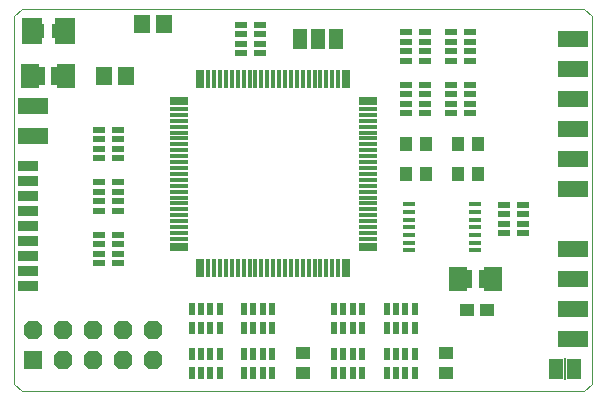
<source format=gts>
G75*
%MOIN*%
%OFA0B0*%
%FSLAX25Y25*%
%IPPOS*%
%LPD*%
%AMOC8*
5,1,8,0,0,1.08239X$1,22.5*
%
%ADD10C,0.00000*%
%ADD11R,0.10400X0.05400*%
%ADD12R,0.06306X0.08274*%
%ADD13R,0.04731X0.04337*%
%ADD14R,0.05518X0.06306*%
%ADD15R,0.06699X0.03550*%
%ADD16R,0.04337X0.04731*%
%ADD17R,0.06699X0.09061*%
%ADD18R,0.03937X0.02362*%
%ADD19R,0.06306X0.02920*%
%ADD20R,0.06306X0.01660*%
%ADD21R,0.02920X0.06306*%
%ADD22R,0.01660X0.06306*%
%ADD23R,0.04337X0.01778*%
%ADD24R,0.02362X0.03937*%
%ADD25R,0.05000X0.06700*%
%ADD26R,0.00600X0.07200*%
%ADD27OC8,0.06306*%
%ADD28R,0.06306X0.06306*%
D10*
X0007850Y0004100D02*
X0005350Y0006600D01*
X0005350Y0129100D01*
X0007850Y0131600D01*
X0195350Y0131600D01*
X0197850Y0129100D01*
X0197850Y0006600D01*
X0195350Y0004100D01*
X0007850Y0004100D01*
D11*
X0011600Y0089100D03*
X0011600Y0099100D03*
X0191600Y0101600D03*
X0191600Y0091600D03*
X0191600Y0081600D03*
X0191600Y0071600D03*
X0191600Y0051600D03*
X0191600Y0041600D03*
X0191600Y0031600D03*
X0191600Y0021600D03*
X0191600Y0111600D03*
X0191600Y0121600D03*
D12*
X0165006Y0041600D03*
X0153194Y0041600D03*
X0022506Y0109100D03*
X0010694Y0109100D03*
D13*
X0101600Y0016821D03*
X0101600Y0010129D03*
X0149100Y0010129D03*
X0149100Y0016821D03*
X0156066Y0031287D03*
X0162759Y0031287D03*
D14*
X0162840Y0041600D03*
X0155360Y0041600D03*
X0042528Y0109100D03*
X0035047Y0109100D03*
X0020340Y0109100D03*
X0012860Y0109100D03*
X0047860Y0126600D03*
X0055340Y0126600D03*
D15*
X0009725Y0079100D03*
X0009725Y0074100D03*
X0009725Y0069100D03*
X0009725Y0064100D03*
X0009725Y0059100D03*
X0009725Y0054100D03*
X0009725Y0049100D03*
X0009725Y0044100D03*
X0009725Y0039100D03*
D16*
X0013254Y0124100D03*
X0019946Y0124100D03*
X0135754Y0086600D03*
X0142446Y0086600D03*
X0153254Y0086600D03*
X0159946Y0086600D03*
X0159946Y0076600D03*
X0153254Y0076600D03*
X0142446Y0076600D03*
X0135754Y0076600D03*
D17*
X0022112Y0124100D03*
X0011088Y0124100D03*
D18*
X0033450Y0091324D03*
X0033450Y0088175D03*
X0033450Y0085025D03*
X0033450Y0081876D03*
X0039750Y0081876D03*
X0039750Y0085025D03*
X0039750Y0088175D03*
X0039750Y0091324D03*
X0039750Y0073824D03*
X0039750Y0070675D03*
X0039750Y0067525D03*
X0039750Y0064376D03*
X0033450Y0064376D03*
X0033450Y0067525D03*
X0033450Y0070675D03*
X0033450Y0073824D03*
X0033450Y0056324D03*
X0033450Y0053175D03*
X0033450Y0050025D03*
X0033450Y0046876D03*
X0039750Y0046876D03*
X0039750Y0050025D03*
X0039750Y0053175D03*
X0039750Y0056324D03*
X0080950Y0116876D03*
X0080950Y0120025D03*
X0080950Y0123175D03*
X0080950Y0126324D03*
X0087250Y0126324D03*
X0087250Y0123175D03*
X0087250Y0120025D03*
X0087250Y0116876D03*
X0135950Y0117525D03*
X0135950Y0120675D03*
X0135950Y0123824D03*
X0142250Y0123824D03*
X0142250Y0120675D03*
X0142250Y0117525D03*
X0142250Y0114376D03*
X0135950Y0114376D03*
X0135950Y0106324D03*
X0135950Y0103175D03*
X0135950Y0100025D03*
X0135950Y0096876D03*
X0142250Y0096876D03*
X0142250Y0100025D03*
X0142250Y0103175D03*
X0142250Y0106324D03*
X0150950Y0106324D03*
X0150950Y0103175D03*
X0150950Y0100025D03*
X0150950Y0096876D03*
X0157250Y0096876D03*
X0157250Y0100025D03*
X0157250Y0103175D03*
X0157250Y0106324D03*
X0157250Y0114376D03*
X0157250Y0117525D03*
X0157250Y0120675D03*
X0157250Y0123824D03*
X0150950Y0123824D03*
X0150950Y0120675D03*
X0150950Y0117525D03*
X0150950Y0114376D03*
X0168450Y0066324D03*
X0168450Y0063175D03*
X0168450Y0060025D03*
X0168450Y0056876D03*
X0174750Y0056876D03*
X0174750Y0060025D03*
X0174750Y0063175D03*
X0174750Y0066324D03*
D19*
X0123096Y0052348D03*
X0060104Y0052348D03*
X0060104Y0100852D03*
X0123096Y0100852D03*
D20*
X0123096Y0098254D03*
X0123096Y0096285D03*
X0123096Y0094317D03*
X0123096Y0092348D03*
X0123096Y0090380D03*
X0123096Y0088411D03*
X0123096Y0086443D03*
X0123096Y0084474D03*
X0123096Y0082506D03*
X0123096Y0080537D03*
X0123096Y0078569D03*
X0123096Y0076600D03*
X0123096Y0074631D03*
X0123096Y0072663D03*
X0123096Y0070694D03*
X0123096Y0068726D03*
X0123096Y0066757D03*
X0123096Y0064789D03*
X0123096Y0062820D03*
X0123096Y0060852D03*
X0123096Y0058883D03*
X0123096Y0056915D03*
X0123096Y0054946D03*
X0060104Y0054946D03*
X0060104Y0056915D03*
X0060104Y0058883D03*
X0060104Y0060852D03*
X0060104Y0062820D03*
X0060104Y0064789D03*
X0060104Y0066757D03*
X0060104Y0068726D03*
X0060104Y0070694D03*
X0060104Y0072663D03*
X0060104Y0074631D03*
X0060104Y0076600D03*
X0060104Y0078569D03*
X0060104Y0080537D03*
X0060104Y0082506D03*
X0060104Y0084474D03*
X0060104Y0086443D03*
X0060104Y0088411D03*
X0060104Y0090380D03*
X0060104Y0092348D03*
X0060104Y0094317D03*
X0060104Y0096285D03*
X0060104Y0098254D03*
D21*
X0067348Y0108096D03*
X0115852Y0108096D03*
X0115852Y0045104D03*
X0067348Y0045104D03*
D22*
X0069946Y0045104D03*
X0071915Y0045104D03*
X0073883Y0045104D03*
X0075852Y0045104D03*
X0077820Y0045104D03*
X0079789Y0045104D03*
X0081757Y0045104D03*
X0083726Y0045104D03*
X0085694Y0045104D03*
X0087663Y0045104D03*
X0089631Y0045104D03*
X0091600Y0045104D03*
X0093569Y0045104D03*
X0095537Y0045104D03*
X0097506Y0045104D03*
X0099474Y0045104D03*
X0101443Y0045104D03*
X0103411Y0045104D03*
X0105380Y0045104D03*
X0107348Y0045104D03*
X0109317Y0045104D03*
X0111285Y0045104D03*
X0113254Y0045104D03*
X0113254Y0108096D03*
X0111285Y0108096D03*
X0109317Y0108096D03*
X0107348Y0108096D03*
X0105380Y0108096D03*
X0103411Y0108096D03*
X0101443Y0108096D03*
X0099474Y0108096D03*
X0097506Y0108096D03*
X0095537Y0108096D03*
X0093569Y0108096D03*
X0091600Y0108096D03*
X0089631Y0108096D03*
X0087663Y0108096D03*
X0085694Y0108096D03*
X0083726Y0108096D03*
X0081757Y0108096D03*
X0079789Y0108096D03*
X0077820Y0108096D03*
X0075852Y0108096D03*
X0073883Y0108096D03*
X0071915Y0108096D03*
X0069946Y0108096D03*
D23*
X0136728Y0066465D03*
X0136728Y0063906D03*
X0136728Y0061347D03*
X0136728Y0058787D03*
X0136728Y0056228D03*
X0136728Y0053669D03*
X0136728Y0051110D03*
X0158972Y0051110D03*
X0158972Y0053669D03*
X0158972Y0056228D03*
X0158972Y0058787D03*
X0158972Y0061347D03*
X0158972Y0063906D03*
X0158972Y0066465D03*
D24*
X0138824Y0031625D03*
X0135675Y0031625D03*
X0132525Y0031625D03*
X0129376Y0031625D03*
X0129376Y0025325D03*
X0132525Y0025325D03*
X0135675Y0025325D03*
X0138824Y0025325D03*
X0138824Y0016625D03*
X0135675Y0016625D03*
X0132525Y0016625D03*
X0129376Y0016625D03*
X0121324Y0016625D03*
X0118175Y0016625D03*
X0115025Y0016625D03*
X0111876Y0016625D03*
X0111876Y0010325D03*
X0115025Y0010325D03*
X0118175Y0010325D03*
X0121324Y0010325D03*
X0129376Y0010325D03*
X0132525Y0010325D03*
X0135675Y0010325D03*
X0138824Y0010325D03*
X0121324Y0025325D03*
X0118175Y0025325D03*
X0115025Y0025325D03*
X0111876Y0025325D03*
X0111876Y0031625D03*
X0115025Y0031625D03*
X0118175Y0031625D03*
X0121324Y0031625D03*
X0091324Y0031625D03*
X0088175Y0031625D03*
X0085025Y0031625D03*
X0081876Y0031625D03*
X0081876Y0025325D03*
X0085025Y0025325D03*
X0088175Y0025325D03*
X0091324Y0025325D03*
X0091324Y0016625D03*
X0088175Y0016625D03*
X0085025Y0016625D03*
X0081876Y0016625D03*
X0073824Y0016625D03*
X0070675Y0016625D03*
X0067525Y0016625D03*
X0064376Y0016625D03*
X0064376Y0010325D03*
X0067525Y0010325D03*
X0070675Y0010325D03*
X0073824Y0010325D03*
X0081876Y0010325D03*
X0085025Y0010325D03*
X0088175Y0010325D03*
X0091324Y0010325D03*
X0073824Y0025325D03*
X0070675Y0025325D03*
X0067525Y0025325D03*
X0064376Y0025325D03*
X0064376Y0031625D03*
X0067525Y0031625D03*
X0070675Y0031625D03*
X0073824Y0031625D03*
D25*
X0185787Y0011600D03*
X0191787Y0011600D03*
X0112600Y0121600D03*
X0106600Y0121600D03*
X0100600Y0121600D03*
D26*
X0188787Y0011600D03*
D27*
X0051600Y0014412D03*
X0041600Y0014412D03*
X0031600Y0014412D03*
X0021600Y0014412D03*
X0021600Y0024412D03*
X0011600Y0024412D03*
X0031600Y0024412D03*
X0041600Y0024412D03*
X0051600Y0024412D03*
D28*
X0011600Y0014412D03*
M02*

</source>
